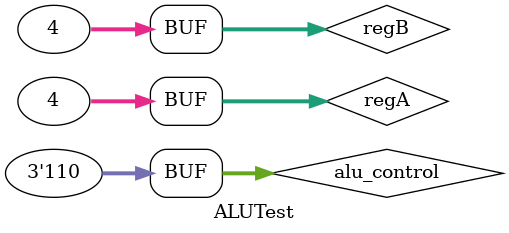
<source format=v>
`timescale 1ns / 1ps


module ALUTest;

	// Inputs
	reg [31:0] regA;
	reg [31:0] regB;
	reg [2:0] alu_control;
	//reg clock;

	// Outputs
	wire [31:0] result;
	wire zero;

	// Instantiate the Unit Under Test (UUT)
	ALU uut (
		.regA(regA), 
		.regB(regB), 
		.alu_control(alu_control), 
		.result(result), 
		.zero(zero)
	);

	initial begin
		// Initialize Inputs
		regA = 0;
		regB = 0;
		alu_control = 0;

		// Wait 100 ns for global reset to finish
		#100;
      //forever #50 clock=~clock;	
		// Add stimulus here
	end
	
	initial begin
		#150
		regA = 7;
		regB = 8;
		alu_control = 001;
		
		#100
		regA = 3;
		regB = 4;
		alu_control = 010;
		
		#100
		regA = 4;
		regB = 3;
		alu_control = 110;
		
		#100
		regA = 4;
		regB = 4;
		alu_control = 110;
		
	
	end
	
      
endmodule


</source>
